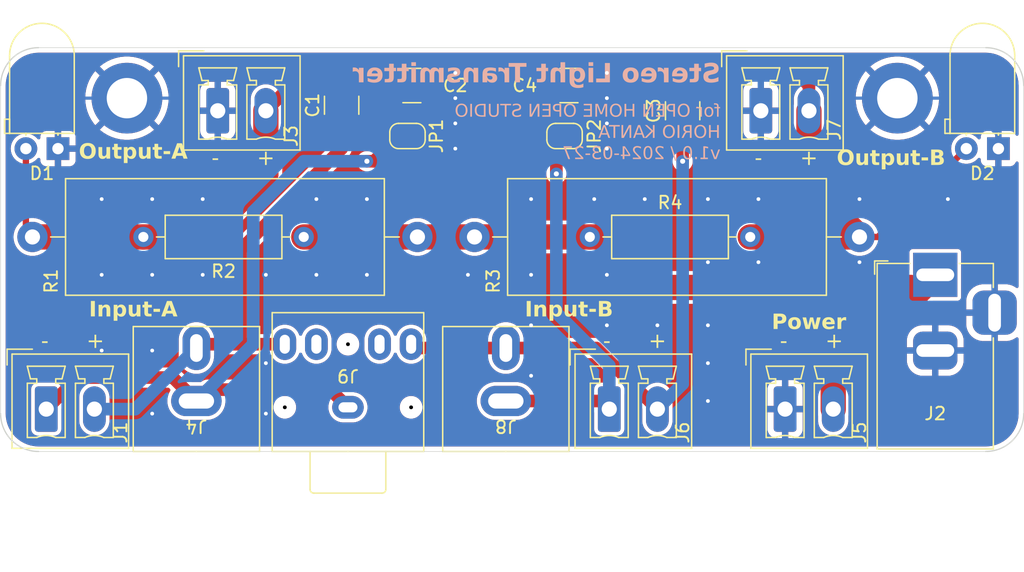
<source format=kicad_pcb>
(kicad_pcb (version 20240108) (generator "pcbnew") (generator_version "8.0")
  (layers (0 "F.Cu" signal) (31 "B.Cu" signal) (34 "B.Paste" user) (35 "F.Paste" user) (36 "B.SilkS" user "B.Silkscreen") (37 "F.SilkS" user "F.Silkscreen") (38 "B.Mask" user) (39 "F.Mask" user) (44 "Edge.Cuts" user))
  (net 0 "")
  (net 1 "Net-(D1-A)")
  (net 2 "Net-(J1-Pin_2)")
  (net 3 "GND")
  (net 4 "Net-(J1-Pin_1)")
  (net 5 "Net-(J6-Pin_2)")
  (net 6 "Net-(D2-A)")
  (net 7 "Net-(J6-Pin_1)")
  (net 8 "VCC")
  (footprint "Resistor_THT:R_Axial_Power_L25.0mm_W9.0mm_P30.48mm" (layer "F.Cu") (at 177.52 93)
    (property "Reference" "R3" (at 1.48 3.5 90) (layer "F.SilkS"))
    (property "Value" "R")
    (fp_line (start 1.44 0) (end 2.62 0) (stroke (width 0.12)) (layer "F.SilkS"))
    (fp_line (start 2.62 -4.62) (end 2.62 4.62) (stroke (width 0.12)) (layer "F.SilkS"))
    (fp_line (start 2.62 4.62) (end 27.86 4.62) (stroke (width 0.12)) (layer "F.SilkS"))
    (fp_line (start 27.86 -4.62) (end 2.62 -4.62) (stroke (width 0.12)) (layer "F.SilkS"))
    (fp_line (start 27.86 4.62) (end 27.86 -4.62) (stroke (width 0.12)) (layer "F.SilkS"))
    (fp_line (start 29.04 0) (end 27.86 0) (stroke (width 0.12)) (layer "F.SilkS"))
    (pad "1" thru_hole circle (at 0 0) (size 2.4 2.4) (drill 1.2) (layers "*.Cu" "*.Mask") (net 8 "VCC"))
    (pad "2" thru_hole oval (at 30.48 0) (size 2.4 2.4) (drill 1.2) (layers "*.Cu" "*.Mask") (net 6 "Net-(D2-A)"))
  )
  (footprint "Local_Library:MJ-495A" (layer "F.Cu") (at 167.5 110 180)
    (property "Reference" "J9" (at 0 6 180) (layer "F.SilkS"))
    (property "Value" "AudioJack3_SwitchTR")
    (fp_line (start 6 11) (end -6 11) (stroke (width 0.12)) (layer "F.SilkS"))
    (fp_line (start 6 0) (end 6 11) (stroke (width 0.12)) (layer "F.SilkS"))
    (fp_line (start 3 0) (end 3 -3) (stroke (width 0.12)) (layer "F.SilkS"))
    (fp_line (start 2.7 -3.3) (end -2.7 -3.3) (stroke (width 0.12)) (layer "F.SilkS"))
    (fp_line (start 0 0) (end 6 0) (stroke (width 0.12)) (layer "F.SilkS"))
    (fp_line (start -3 0) (end -3 -3) (stroke (width 0.12)) (layer "F.SilkS"))
    (fp_line (start -6 11) (end -6 0) (stroke (width 0.12)) (layer "F.SilkS"))
    (fp_line (start -6 0) (end 0 0) (stroke (width 0.12)) (layer "F.SilkS"))
    (fp_arc (start 2.7 -3.3) (mid 2.912132 -3.212132) (end 3 -3) (stroke (width 0.12)) (layer "F.SilkS"))
    (fp_arc (start -3 -3) (mid -2.912132 -3.212132) (end -2.7 -3.3) (stroke (width 0.12)) (layer "F.SilkS"))
    (pad "" np_thru_hole circle (at -5 3.5 270) (size 0.3 0.3) (drill 1.2) (layers "*.Mask"))
    (pad "" np_thru_hole circle (at 0 8.5 270) (size 0.3 0.3) (drill 1.2) (layers "*.Mask"))
    (pad "" np_thru_hole circle (at 5 3.5 270) (size 0.3 0.3) (drill 1.2) (layers "*.Mask"))
    (pad "R" thru_hole oval (at -5 8.5 270) (size 2.5 1.8) (drill oval 1.5 0.8) (layers "*.Cu" "*.Mask") (net 5 "Net-(J6-Pin_2)"))
    (pad "RN" thru_hole oval (at -2.5 8.5 270) (size 2.5 1.8) (drill oval 1.5 0.8) (layers "*.Cu" "*.Mask"))
    (pad "S" thru_hole oval (at 0 3.5 180) (size 2.5 1.8) (drill oval 1.5 0.8) (layers "*.Cu" "*.Mask") (net 4 "Net-(J1-Pin_1)"))
    (pad "T" thru_hole oval (at 5 8.5 270) (size 2.5 1.8) (drill oval 1.5 0.8) (layers "*.Cu" "*.Mask") (net 2 "Net-(J1-Pin_2)"))
    (pad "TN" thru_hole oval (at 2.5 8.5 270) (size 2.5 1.8) (drill oval 1.5 0.8) (layers "*.Cu" "*.Mask"))
  )
  (footprint "Local_Library:MJ-523" (layer "F.Cu") (at 180 110 90)
    (property "Reference" "J8" (at 2 0 180) (layer "F.SilkS"))
    (property "Value" "Conn_Coaxial")
    (fp_line (start 9.9 -5) (end 9.9 5) (stroke (width 0.12)) (layer "F.SilkS"))
    (fp_line (start 0 -5) (end 9.9 -5) (stroke (width 0.12)) (layer "F.SilkS"))
    (fp_line (start 0 0) (end 0 -5) (stroke (width 0.12)) (layer "F.SilkS"))
    (fp_line (start 9.9 5) (end 0 5) (stroke (width 0.12)) (layer "F.SilkS"))
    (fp_line (start 0 5) (end 0 0) (stroke (width 0.12)) (layer "F.SilkS"))
    (pad "1" thru_hole oval (at 8.2 0 90) (size 3.5 2.2) (drill oval 2.2 1) (layers "*.Cu" "*.Mask") (net 5 "Net-(J6-Pin_2)"))
    (pad "2" thru_hole oval (at 4 0 90) (size 2.4 4) (drill oval 1.2 2.8) (layers "*.Cu" "*.Mask") (net 7 "Net-(J6-Pin_1)"))
  )
  (footprint "Jumper:SolderJumper-2_P1.3mm_Open_RoundedPad1.0x1.5mm" (layer "F.Cu") (at 172.2125 85)
    (property "Reference" "JP1" (at 2.2875 0 90) (layer "F.SilkS"))
    (property "Value" "Jumper_2_Open")
    (fp_line (start -1.4 0.3) (end -1.4 -0.3) (stroke (width 0.12)) (layer "F.SilkS"))
    (fp_line (start -0.7 -1) (end 0.7 -1) (stroke (width 0.12)) (layer "F.SilkS"))
    (fp_line (start 0.7 1) (end -0.7 1) (stroke (width 0.12)) (layer "F.SilkS"))
    (fp_line (start 1.4 -0.3) (end 1.4 0.3) (stroke (width 0.12)) (layer "F.SilkS"))
    (fp_arc (start -1.4 -0.3) (mid -1.194975 -0.794975) (end -0.7 -1) (stroke (width 0.12)) (layer "F.SilkS"))
    (fp_arc (start -0.7 1) (mid -1.194975 0.794975) (end -1.4 0.3) (stroke (width 0.12)) (layer "F.SilkS"))
    (fp_arc (start 0.7 -1) (mid 1.194975 -0.794975) (end 1.4 -0.3) (stroke (width 0.12)) (layer "F.SilkS"))
    (fp_arc (start 1.4 0.3) (mid 1.194975 0.794975) (end 0.7 1) (stroke (width 0.12)) (layer "F.SilkS"))
    (pad "1" smd custom (at -0.65 0) (size 1 0.5) (layers "F.Cu" "F.Mask") (net 4 "Net-(J1-Pin_1)") (options (clearance outline) (anchor rect)) (primitives (gr_circle (center 0 0.25) (end 0.5 0.25) (width 0) (fill yes)) (gr_circle (center 0 -0.25) (end 0.5 -0.25) (width 0) (fill yes)) (gr_poly (pts (xy 0.5 0.75) (xy 0 0.75) (xy 0 -0.75) (xy 0.5 -0.75)) (width 0) (fill yes))))
    (pad "2" smd custom (at 0.65 0) (size 1 0.5) (layers "F.Cu" "F.Mask") (net 3 "GND") (options (clearance outline) (anchor rect)) (primitives (gr_circle (center 0 0.25) (end 0.5 0.25) (width 0) (fill yes)) (gr_circle (center 0 -0.25) (end 0.5 -0.25) (width 0) (fill yes)) (gr_poly (pts (xy 0 0.75) (xy -0.5 0.75) (xy -0.5 -0.75) (xy 0 -0.75)) (width 0) (fill yes))))
  )
  (footprint "Local_Library:MJ-523" (layer "F.Cu") (at 155.5 110 90)
    (property "Reference" "J4" (at 2 0 180) (layer "F.SilkS"))
    (property "Value" "Conn_Coaxial")
    (fp_line (start 9.9 -5) (end 9.9 5) (stroke (width 0.12)) (layer "F.SilkS"))
    (fp_line (start 0 -5) (end 9.9 -5) (stroke (width 0.12)) (layer "F.SilkS"))
    (fp_line (start 0 0) (end 0 -5) (stroke (width 0.12)) (layer "F.SilkS"))
    (fp_line (start 9.9 5) (end 0 5) (stroke (width 0.12)) (layer "F.SilkS"))
    (fp_line (start 0 5) (end 0 0) (stroke (width 0.12)) (layer "F.SilkS"))
    (pad "1" thru_hole oval (at 8.2 0 90) (size 3.5 2.2) (drill oval 2.2 1) (layers "*.Cu" "*.Mask") (net 2 "Net-(J1-Pin_2)"))
    (pad "2" thru_hole oval (at 4 0 90) (size 2.4 4) (drill oval 1.2 2.8) (layers "*.Cu" "*.Mask") (net 4 "Net-(J1-Pin_1)"))
  )
  (footprint "Connector_Phoenix_MC:PhoenixContact_MCV_1,5_2-G-3.81_1x02_P3.81mm_Vertical" (layer "F.Cu") (at 200.19 83)
    (property "Reference" "J7" (at 5.81 1.5 90) (layer "F.SilkS"))
    (property "Value" "Conn_01x02")
    (fp_line (start -3.1 -4.75) (end -1.1 -4.75) (stroke (width 0.12)) (layer "F.SilkS"))
    (fp_line (start -3.1 -3.5) (end -3.1 -4.75) (stroke (width 0.12)) (layer "F.SilkS"))
    (fp_line (start -2.71 -4.36) (end -2.71 3.11) (stroke (width 0.12)) (layer "F.SilkS"))
    (fp_line (start -2.71 3.11) (end 6.52 3.11) (stroke (width 0.12)) (layer "F.SilkS"))
    (fp_line (start -1.5 -3.4) (end 1.5 -3.4) (stroke (width 0.12)) (layer "F.SilkS"))
    (fp_line (start -1.5 -2.05) (end -0.75 -2.05) (stroke (width 0.12)) (layer "F.SilkS"))
    (fp_line (start -1.5 2.25) (end -1.5 -2.05) (stroke (width 0.12)) (layer "F.SilkS"))
    (fp_line (start -1.25 -2.4) (end -1.5 -3.4) (stroke (width 0.12)) (layer "F.SilkS"))
    (fp_line (start -0.75 -2.4) (end -1.25 -2.4) (stroke (width 0.12)) (layer "F.SilkS"))
    (fp_line (start -0.75 -2.05) (end -0.75 -2.4) (stroke (width 0.12)) (layer "F.SilkS"))
    (fp_line (start -0.75 2.25) (end -1.5 2.25) (stroke (width 0.12)) (layer "F.SilkS"))
    (fp_line (start 0.75 -2.4) (end 0.75 -2.05) (stroke (width 0.12)) (layer "F.SilkS"))
    (fp_line (start 0.75 -2.05) (end 1.5 -2.05) (stroke (width 0.12)) (layer "F.SilkS"))
    (fp_line (start 1.25 -2.4) (end 0.75 -2.4) (stroke (width 0.12)) (layer "F.SilkS"))
    (fp_line (start 1.5 -3.4) (end 1.25 -2.4) (stroke (width 0.12)) (layer "F.SilkS"))
    (fp_line (start 1.5 -2.05) (end 1.5 2.25) (stroke (width 0.12)) (layer "F.SilkS"))
    (fp_line (start 1.5 2.25) (end 0.75 2.25) (stroke (width 0.12)) (layer "F.SilkS"))
    (fp_line (start 2.31 -3.4) (end 5.31 -3.4) (stroke (width 0.12)) (layer "F.SilkS"))
    (fp_line (start 2.31 -2.05) (end 3.06 -2.05) (stroke (width 0.12)) (layer "F.SilkS"))
    (fp_line (start 2.31 2.25) (end 2.31 -2.05) (stroke (width 0.12)) (layer "F.SilkS"))
    (fp_line (start 2.56 -2.4) (end 2.31 -3.4) (stroke (width 0.12)) (layer "F.SilkS"))
    (fp_line (start 3.06 -2.4) (end 2.56 -2.4) (stroke (width 0.12)) (layer "F.SilkS"))
    (fp_line (start 3.06 -2.05) (end 3.06 -2.4) (stroke (width 0.12)) (layer "F.SilkS"))
    (fp_line (start 3.06 2.25) (end 2.31 2.25) (stroke (width 0.12)) (layer "F.SilkS"))
    (fp_line (start 4.56 -2.4) (end 4.56 -2.05) (stroke (width 0.12)) (layer "F.SilkS"))
    (fp_line (start 4.56 -2.05) (end 5.31 -2.05) (stroke (width 0.12)) (layer "F.SilkS"))
    (fp_line (start 5.06 -2.4) (end 4.56 -2.4) (stroke (width 0.12)) (layer "F.SilkS"))
    (fp_line (start 5.31 -3.4) (end 5.06 -2.4) (stroke (width 0.12)) (layer "F.SilkS"))
    (fp_line (start 5.31 -2.05) (end 5.31 2.25) (stroke (width 0.12)) (layer "F.SilkS"))
    (fp_line (start 5.31 2.25) (end 4.56 2.25) (stroke (width 0.12)) (layer "F.SilkS"))
    (fp_line (start 6.52 -4.36) (end -2.71 -4.36) (stroke (width 0.12)) (layer "F.SilkS"))
    (fp_line (start 6.52 3.11) (end 6.52 -4.36) (stroke (width 0.12)) (layer "F.SilkS"))
    (fp_arc (start -0.75 2.25) (mid -0.000193 2.09191) (end 0.749647 2.249844) (stroke (width 0.12)) (layer "F.SilkS"))
    (fp_arc (start 3.06 2.25) (mid 3.809807 2.09191) (end 4.559647 2.249844) (stroke (width 0.12)) (layer "F.SilkS"))
    (pad "1" thru_hole roundrect (at 0 0) (size 1.8 3.6) (drill 1.2) (layers "*.Cu" "*.Mask") (roundrect_rratio 0.138889) (net 3 "GND"))
    (pad "2" thru_hole oval (at 3.81 0) (size 1.8 3.6) (drill 1.2) (layers "*.Cu" "*.Mask") (net 6 "Net-(D2-A)"))
  )
  (footprint "Resistor_THT:R_Axial_DIN0309_L9.0mm_D3.2mm_P12.70mm_Horizontal" (layer "F.Cu") (at 186.65 93)
    (property "Reference" "R4" (at 6.35 -2.72 0) (layer "F.SilkS"))
    (property "Value" "R")
    (fp_line (start 1.04 0) (end 1.73 0) (stroke (width 0.12)) (layer "F.SilkS"))
    (fp_line (start 1.73 -1.72) (end 1.73 1.72) (stroke (width 0.12)) (layer "F.SilkS"))
    (fp_line (start 1.73 1.72) (end 10.97 1.72) (stroke (width 0.12)) (layer "F.SilkS"))
    (fp_line (start 10.97 -1.72) (end 1.73 -1.72) (stroke (width 0.12)) (layer "F.SilkS"))
    (fp_line (start 10.97 1.72) (end 10.97 -1.72) (stroke (width 0.12)) (layer "F.SilkS"))
    (fp_line (start 11.66 0) (end 10.97 0) (stroke (width 0.12)) (layer "F.SilkS"))
    (pad "1" thru_hole circle (at 0 0) (size 1.6 1.6) (drill 0.8) (layers "*.Cu" "*.Mask") (net 8 "VCC"))
    (pad "2" thru_hole oval (at 12.7 0) (size 1.6 1.6) (drill 0.8) (layers "*.Cu" "*.Mask") (net 6 "Net-(D2-A)"))
  )
  (footprint "Connector_BarrelJack:BarrelJack_Horizontal" (layer "F.Cu") (at 214 96 90)
    (property "Reference" "J2" (at -11 0 0) (layer "F.SilkS"))
    (property "Value" "Barrel_Jack_Switch")
    (fp_line (start 0.05 -4.8) (end 1.1 -4.8) (stroke (width 0.12)) (layer "F.SilkS"))
    (fp_line (start 0.9 -4.6) (end 0.9 -2) (stroke (width 0.12)) (layer "F.SilkS"))
    (fp_line (start -13.8 -4.6) (end 0.9 -4.6) (stroke (width 0.12)) (layer "F.SilkS"))
    (fp_line (start 1.1 -3.75) (end 1.1 -4.8) (stroke (width 0.12)) (layer "F.SilkS"))
    (fp_line (start 0.9 1.9) (end 0.9 4.6) (stroke (width 0.12)) (layer "F.SilkS"))
    (fp_line (start 0.9 4.6) (end -1 4.6) (stroke (width 0.12)) (layer "F.SilkS"))
    (fp_line (start -5 4.6) (end -13.8 4.6) (stroke (width 0.12)) (layer "F.SilkS"))
    (fp_line (start -13.8 4.6) (end -13.8 -4.6) (stroke (width 0.12)) (layer "F.SilkS"))
    (pad "1" thru_hole rect (at 0 0 90) (size 3.5 3.5) (drill oval 1 3) (layers "*.Cu" "*.Mask") (net 8 "VCC"))
    (pad "2" thru_hole roundrect (at -6 0 90) (size 3 3.5) (drill oval 1 3) (layers "*.Cu" "*.Mask") (net 3 "GND"))
    (pad "3" thru_hole roundrect (at -3 4.7 90) (size 3.5 3.5) (drill oval 3 1) (layers "*.Cu" "*.Mask") (net 3 "GND"))
  )
  (footprint "MountingHole:MountingHole_3.2mm_M3_DIN965_Pad" (layer "F.Cu") (at 150 82)
    (property "Reference" "H1" (hide yes))
    (property "Value" "MountingHole_Pad")
    (pad "1" thru_hole circle (at 0 0) (size 5.6 5.6) (drill 3.2) (layers "*.Cu" "*.Mask") (net 3 "GND"))
  )
  (footprint "Connector_Phoenix_MC:PhoenixContact_MCV_1,5_2-G-3.81_1x02_P3.81mm_Vertical" (layer "F.Cu") (at 143.6125 106.6425)
    (property "Reference" "J1" (at 5.8875 1.8575 90) (layer "F.SilkS"))
    (property "Value" "Conn_01x02")
    (fp_line (start -3.1 -4.75) (end -1.1 -4.75) (stroke (width 0.12)) (layer "F.SilkS"))
    (fp_line (start -3.1 -3.5) (end -3.1 -4.75) (stroke (width 0.12)) (layer "F.SilkS"))
    (fp_line (start -2.71 -4.36) (end -2.71 3.11) (stroke (width 0.12)) (layer "F.SilkS"))
    (fp_line (start -2.71 3.11) (end 6.52 3.11) (stroke (width 0.12)) (layer "F.SilkS"))
    (fp_line (start -1.5 -3.4) (end 1.5 -3.4) (stroke (width 0.12)) (layer "F.SilkS"))
    (fp_line (start -1.5 -2.05) (end -0.75 -2.05) (stroke (width 0.12)) (layer "F.SilkS"))
    (fp_line (start -1.5 2.25) (end -1.5 -2.05) (stroke (width 0.12)) (layer "F.SilkS"))
    (fp_line (start -1.25 -2.4) (end -1.5 -3.4) (stroke (width 0.12)) (layer "F.SilkS"))
    (fp_line (start -0.75 -2.4) (end -1.25 -2.4) (stroke (width 0.12)) (layer "F.SilkS"))
    (fp_line (start -0.75 -2.05) (end -0.75 -2.4) (stroke (width 0.12)) (layer "F.SilkS"))
    (fp_line (start -0.75 2.25) (end -1.5 2.25) (stroke (width 0.12)) (layer "F.SilkS"))
    (fp_line (start 0.75 -2.4) (end 0.75 -2.05) (stroke (width 0.12)) (layer "F.SilkS"))
    (fp_line (start 0.75 -2.05) (end 1.5 -2.05) (stroke (width 0.12)) (layer "F.SilkS"))
    (fp_line (start 1.25 -2.4) (end 0.75 -2.4) (stroke (width 0.12)) (layer "F.SilkS"))
    (fp_line (start 1.5 -3.4) (end 1.25 -2.4) (stroke (width 0.12)) (layer "F.SilkS"))
    (fp_line (start 1.5 -2.05) (end 1.5 2.25) (stroke (width 0.12)) (layer "F.SilkS"))
    (fp_line (start 1.5 2.25) (end 0.75 2.25) (stroke (width 0.12)) (layer "F.SilkS"))
    (fp_line (start 2.31 -3.4) (end 5.31 -3.4) (stroke (width 0.12)) (layer "F.SilkS"))
    (fp_line (start 2.31 -2.05) (end 3.06 -2.05) (stroke (width 0.12)) (layer "F.SilkS"))
    (fp_line (start 2.31 2.25) (end 2.31 -2.05) (stroke (width 0.12)) (layer "F.SilkS"))
    (fp_line (start 2.56 -2.4) (end 2.31 -3.4) (stroke (width 0.12)) (layer "F.SilkS"))
    (fp_line (start 3.06 -2.4) (end 2.56 -2.4) (stroke (width 0.12)) (layer "F.SilkS"))
    (fp_line (start 3.06 -2.05) (end 3.06 -2.4) (stroke (width 0.12)) (layer "F.SilkS"))
    (fp_line (start 3.06 2.25) (end 2.31 2.25) (stroke (width 0.12)) (layer "F.SilkS"))
    (fp_line (start 4.56 -2.4) (end 4.56 -2.05) (stroke (width 0.12)) (layer "F.SilkS"))
    (fp_line (start 4.56 -2.05) (end 5.31 -2.05) (stroke (width 0.12)) (layer "F.SilkS"))
    (fp_line (start 5.06 -2.4) (end 4.56 -2.4) (stroke (width 0.12)) (layer "F.SilkS"))
    (fp_line (start 5.31 -3.4) (end 5.06 -2.4) (stroke (width 0.12)) (layer "F.SilkS"))
    (fp_line (start 5.31 -2.05) (end 5.31 2.25) (stroke (width 0.12)) (layer "F.SilkS"))
    (fp_line (start 5.31 2.25) (end 4.56 2.25) (stroke (width 0.12)) (layer "F.SilkS"))
    (fp_line (start 6.52 -4.36) (end -2.71 -4.36) (stroke (width 0.12)) (layer "F.SilkS"))
    (fp_line (start 6.52 3.11) (end 6.52 -4.36) (stroke (width 0.12)) (layer "F.SilkS"))
    (fp_arc (start -0.75 2.25) (mid -0.000193 2.09191) (end 0.749647 2.249844) (stroke (width 0.12)) (layer "F.SilkS"))
    (fp_arc (start 3.06 2.25) (mid 3.809807 2.09191) (end 4.559647 2.249844) (stroke (width 0.12)) (layer "F.SilkS"))
    (pad "1" thru_hole roundrect (at 0 0) (size 1.8 3.6) (drill 1.2) (layers "*.Cu" "*.Mask") (roundrect_rratio 0.138889) (net 4 "Net-(J1-Pin_1)"))
    (pad "2" thru_hole oval (at 3.81 0) (size 1.8 3.6) (drill 1.2) (layers "*.Cu" "*.Mask") (net 2 "Net-(J1-Pin_2)"))
  )
  (footprint "Resistor_THT:R_Axial_Power_L25.0mm_W9.0mm_P30.48mm" (layer "F.Cu") (at 173 93 180)
    (property "Reference" "R1" (at 29 -3.5 -90) (layer "F.SilkS"))
    (property "Value" "R")
    (fp_line (start 29.04 0) (end 27.86 0) (stroke (width 0.12)) (layer "F.SilkS"))
    (fp_line (start 27.86 4.62) (end 27.86 -4.62) (stroke (width 0.12)) (layer "F.SilkS"))
    (fp_line (start 27.86 -4.62) (end 2.62 -4.62) (stroke (width 0.12)) (layer "F.SilkS"))
    (fp_line (start 2.62 4.62) (end 27.86 4.62) (stroke (width 0.12)) (layer "F.SilkS"))
    (fp_line (start 2.62 -4.62) (end 2.62 4.62) (stroke (width 0.12)) (layer "F.SilkS"))
    (fp_line (start 1.44 0) (end 2.62 0) (stroke (width 0.12)) (layer "F.SilkS"))
    (pad "1" thru_hole circle (at 0 0 180) (size 2.4 2.4) (drill 1.2) (layers "*.Cu" "*.Mask") (net 8 "VCC"))
    (pad "2" thru_hole oval (at 30.48 0 180) (size 2.4 2.4) (drill 1.2) (layers "*.Cu" "*.Mask") (net 1 "Net-(D1-A)"))
  )
  (footprint "MountingHole:MountingHole_3.2mm_M3_DIN965_Pad" (layer "F.Cu") (at 211 82)
    (property "Reference" "H2" (hide yes))
    (property "Value" "MountingHole_Pad")
    (pad "1" thru_hole circle (at 0 0) (size 5.6 5.6) (drill 3.2) (layers "*.Cu" "*.Mask") (net 3 "GND"))
  )
  (footprint "Capacitor_SMD:C_1210_3225Metric_Pad1.33x2.70mm_HandSolder" (layer "F.Cu") (at 167 82.5625 90)
    (property "Reference" "C1" (at 0 -2.3 270) (layer "F.SilkS"))
    (property "Value" "C")
    (fp_line (start -0.711252 -1.36) (end 0.711252 -1.36) (stroke (width 0.12)) (layer "F.SilkS"))
    (fp_line (start -0.711252 1.36) (end 0.711252 1.36) (stroke (width 0.12)) (layer "F.SilkS"))
    (pad "1" smd roundrect (at -1.5625 0 90) (size 1.325 2.7) (layers "F.Cu" "F.Paste" "F.Mask") (roundrect_rratio 0.188679) (net 2 "Net-(J1-Pin_2)"))
    (pad "2" smd roundrect (at 1.5625 0 90) (size 1.325 2.7) (layers "F.Cu" "F.Paste" "F.Mask") (roundrect_rratio 0.188679) (net 1 "Net-(D1-A)"))
  )
  (footprint "Connector_Phoenix_MC:PhoenixContact_MCV_1,5_2-G-3.81_1x02_P3.81mm_Vertical" (layer "F.Cu") (at 188.19 106.6425)
    (property "Reference" "J6" (at 5.81 1.8575 90) (layer "F.SilkS"))
    (property "Value" "Conn_01x02")
    (fp_line (start -3.1 -4.75) (end -1.1 -4.75) (stroke (width 0.12)) (layer "F.SilkS"))
    (fp_line (start -3.1 -3.5) (end -3.1 -4.75) (stroke (width 0.12)) (layer "F.SilkS"))
    (fp_line (start -2.71 -4.36) (end -2.71 3.11) (stroke (width 0.12)) (layer "F.SilkS"))
    (fp_line (start -2.71 3.11) (end 6.52 3.11) (stroke (width 0.12)) (layer "F.SilkS"))
    (fp_line (start -1.5 -3.4) (end 1.5 -3.4) (stroke (width 0.12)) (layer "F.SilkS"))
    (fp_line (start -1.5 -2.05) (end -0.75 -2.05) (stroke (width 0.12)) (layer "F.SilkS"))
    (fp_line (start -1.5 2.25) (end -1.5 -2.05) (stroke (width 0.12)) (layer "F.SilkS"))
    (fp_line (start -1.25 -2.4) (end -1.5 -3.4) (stroke (width 0.12)) (layer "F.SilkS"))
    (fp_line (start -0.75 -2.4) (end -1.25 -2.4) (stroke (width 0.12)) (layer "F.SilkS"))
    (fp_line (start -0.75 -2.05) (end -0.75 -2.4) (stroke (width 0.12)) (layer "F.SilkS"))
    (fp_line (start -0.75 2.25) (end -1.5 2.25) (stroke (width 0.12)) (layer "F.SilkS"))
    (fp_line (start 0.75 -2.4) (end 0.75 -2.05) (stroke (width 0.12)) (layer "F.SilkS"))
    (fp_line (start 0.75 -2.05) (end 1.5 -2.05) (stroke (width 0.12)) (layer "F.SilkS"))
    (fp_line (start 1.25 -2.4) (end 0.75 -2.4) (stroke (width 0.12)) (layer "F.SilkS"))
    (fp_line (start 1.5 -3.4) (end 1.25 -2.4) (stroke (width 0.12)) (layer "F.SilkS"))
    (fp_line (start 1.5 -2.05) (end 1.5 2.25) (stroke (width 0.12)) (layer "F.SilkS"))
    (fp_line (start 1.5 2.25) (end 0.75 2.25) (stroke (width 0.12)) (layer "F.SilkS"))
    (fp_line (start 2.31 -3.4) (end 5.31 -3.4) (stroke (width 0.12)) (layer "F.SilkS"))
    (fp_line (start 2.31 -2.05) (end 3.06 -2.05) (stroke (width 0.12)) (layer "F.SilkS"))
    (fp_line (start 2.31 2.25) (end 2.31 -2.05) (stroke (width 0.12)) (layer "F.SilkS"))
    (fp_line (start 2.56 -2.4) (end 2.31 -3.4) (stroke (width 0.12)) (layer "F.SilkS"))
    (fp_line (start 3.06 -2.4) (end 2.56 -2.4) (stroke (width 0.12)) (layer "F.SilkS"))
    (fp_line (start 3.06 -2.05) (end 3.06 -2.4) (stroke (width 0.12)) (layer "F.SilkS"))
    (fp_line (start 3.06 2.25) (end 2.31 2.25) (stroke (width 0.12)) (layer "F.SilkS"))
    (fp_line (start 4.56 -2.4) (end 4.56 -2.05) (stroke (width 0.12)) (layer "F.SilkS"))
    (fp_line (start 4.56 -2.05) (end 5.31 -2.05) (stroke (width 0.12)) (layer "F.SilkS"))
    (fp_line (start 5.06 -2.4) (end 4.56 -2.4) (stroke (width 0.12)) (layer "F.SilkS"))
    (fp_line (start 5.31 -3.4) (end 5.06 -2.4) (stroke (width 0.12)) (layer "F.SilkS"))
    (fp_line (start 5.31 -2.05) (end 5.31 2.25) (stroke (width 0.12)) (layer "F.SilkS"))
    (fp_line (start 5.31 2.25) (end 4.56 2.25) (stroke (width 0.12)) (layer "F.SilkS"))
    (fp_line (start 6.52 -4.36) (end -2.71 -4.36) (stroke (width 0.12)) (layer "F.SilkS"))
    (fp_line (start 6.52 3.11) (end 6.52 -4.36) (stroke (width 0.12)) (layer "F.SilkS"))
    (fp_arc (start -0.75 2.25) (mid -0.000193 2.09191) (end 0.749647 2.249844) (stroke (width 0.12)) (layer "F.SilkS"))
    (fp_arc (start 3.06 2.25) (mid 3.809807 2.09191) (end 4.559647 2.249844) (stroke (width 0.12)) (layer "F.SilkS"))
    (pad "1" thru_hole roundrect (at 0 0) (size 1.8 3.6) (drill 1.2) (layers "*.Cu" "*.Mask") (roundrect_rratio 0.138889) (net 7 "Net-(J6-Pin_1)"))
    (pad "2" thru_hole oval (at 3.81 0) (size 1.8 3.6) (drill 1.2) (layers "*.Cu" "*.Mask") (net 5 "Net-(J6-Pin_2)"))
  )
  (footprint "Resistor_THT:R_Axial_DIN0309_L9.0mm_D3.2mm_P12.70mm_Horizontal" (layer "F.Cu") (at 164 93 180)
    (property "Reference" "R2" (at 6.35 -2.72 180) (layer "F.SilkS"))
    (property "Value" "R")
    (fp_line (start 11.66 0) (end 10.97 0) (stroke (width 0.12)) (layer "F.SilkS"))
    (fp_line (start 10.97 1.72) (end 10.97 -1.72) (stroke (width 0.12)) (layer "F.SilkS"))
    (fp_line (start 10.97 -1.72) (end 1.73 -1.72) (stroke (width 0.12)) (layer "F.SilkS"))
    (fp_line (start 1.73 1.72) (end 10.97 1.72) (stroke (width 0.12)) (layer "F.SilkS"))
    (fp_line (start 1.73 -1.72) (end 1.73 1.72) (stroke (width 0.12)) (layer "F.SilkS"))
    (fp_line (start 1.04 0) (end 1.73 0) (stroke (width 0.12)) (layer "F.SilkS"))
    (pad "1" thru_hole circle (at 0 0 180) (size 1.6 1.6) (drill 0.8) (layers "*.Cu" "*.Mask") (net 8 "VCC"))
    (pad "2" thru_hole oval (at 12.7 0 180) (size 1.6 1.6) (drill 0.8) (layers "*.Cu" "*.Mask") (net 1 "Net-(D1-A)"))
  )
  (footprint "LED_THT:LED_D5.0mm_Horizontal_O1.27mm_Z9.0mm" (layer "F.Cu") (at 219 86 180)
    (property "Reference" "D2" (at 1.27 -1.96 180) (layer "F.SilkS"))
    (property "Value" "LED")
    (fp_line (start 4.23 2.33) (end 3.83 2.33) (stroke (width 0.12)) (layer "F.SilkS"))
    (fp_line (start 4.23 1.21) (end 4.23 2.33) (stroke (width 0.12)) (layer "F.SilkS"))
    (fp_line (start 3.83 2.33) (end 3.83 1.21) (stroke (width 0.12)) (layer "F.SilkS"))
    (fp_line (start 3.83 1.21) (end 4.23 1.21) (stroke (width 0.12)) (layer "F.SilkS"))
    (fp_line (start 3.83 1.21) (end 3.83 7.37) (stroke (width 0.12)) (layer "F.SilkS"))
    (fp_line (start 2.54 1.21) (end 2.54 1.21) (stroke (width 0.12)) (layer "F.SilkS"))
    (fp_line (start 2.54 1.21) (end 2.54 1.08) (stroke (width 0.12)) (layer "F.SilkS"))
    (fp_line (start 2.54 1.08) (end 2.54 1.21) (stroke (width 0.12)) (layer "F.SilkS"))
    (fp_line (start 2.54 1.08) (end 2.54 1.08) (stroke (width 0.12)) (layer "F.SilkS"))
    (fp_line (start 0 1.21) (end 0 1.21) (stroke (width 0.12)) (layer "F.SilkS"))
    (fp_line (start 0 1.21) (end 0 1.08) (stroke (width 0.12)) (layer "F.SilkS"))
    (fp_line (start 0 1.08) (end 0 1.21) (stroke (width 0.12)) (layer "F.SilkS"))
    (fp_line (start 0 1.08) (end 0 1.08) (stroke (width 0.12)) (layer "F.SilkS"))
    (fp_line (start -1.29 1.21) (end 3.83 1.21) (stroke (width 0.12)) (layer "F.SilkS"))
    (fp_line (start -1.29 1.21) (end -1.29 7.37) (stroke (width 0.12)) (layer "F.SilkS"))
    (fp_arc (start 3.83 7.37) (mid 1.27 9.93) (end -1.29 7.37) (stroke (width 0.12)) (layer "F.SilkS"))
    (pad "1" thru_hole rect (at 0 0 180) (size 1.8 1.8) (drill 0.9) (layers "*.Cu" "*.Mask") (net 3 "GND"))
    (pad "2" thru_hole circle (at 2.54 0 180) (size 1.8 1.8) (drill 0.9) (layers "*.Cu" "*.Mask") (net 6 "Net-(D2-A)"))
  )
  (footprint "Connector_Phoenix_MC:PhoenixContact_MCV_1,5_2-G-3.81_1x02_P3.81mm_Vertical" (layer "F.Cu") (at 157.19 83)
    (property "Reference" "J3" (at 5.81 2 90) (layer "F.SilkS"))
    (property "Value" "Conn_01x02")
    (fp_line (start -3.1 -4.75) (end -1.1 -4.75) (stroke (width 0.12)) (layer "F.SilkS"))
    (fp_line (start -3.1 -3.5) (end -3.1 -4.75) (stroke (width 0.12)) (layer "F.SilkS"))
    (fp_line (start -2.71 -4.36) (end -2.71 3.11) (stroke (width 0.12)) (layer "F.SilkS"))
    (fp_line (start -2.71 3.11) (end 6.52 3.11) (stroke (width 0.12)) (layer "F.SilkS"))
    (fp_line (start -1.5 -3.4) (end 1.5 -3.4) (stroke (width 0.12)) (layer "F.SilkS"))
    (fp_line (start -1.5 -2.05) (end -0.75 -2.05) (stroke (width 0.12)) (layer "F.SilkS"))
    (fp_line (start -1.5 2.25) (end -1.5 -2.05) (stroke (width 0.12)) (layer "F.SilkS"))
    (fp_line (start -1.25 -2.4) (end -1.5 -3.4) (stroke (width 0.12)) (layer "F.SilkS"))
    (fp_line (start -0.75 -2.4) (end -1.25 -2.4) (stroke (width 0.12)) (layer "F.SilkS"))
    (fp_line (start -0.75 -2.05) (end -0.75 -2.4) (stroke (width 0.12)) (layer "F.SilkS"))
    (fp_line (start -0.75 2.25) (end -1.5 2.25) (stroke (width 0.12)) (layer "F.SilkS"))
    (fp_line (start 0.75 -2.4) (end 0.75 -2.05) (stroke (width 0.12)) (layer "F.SilkS"))
    (fp_line (start 0.75 -2.05) (end 1.5 -2.05) (stroke (width 0.12)) (layer "F.SilkS"))
    (fp_line (start 1.25 -2.4) (end 0.75 -2.4) (stroke (width 0.12)) (layer "F.SilkS"))
    (fp_line (start 1.5 -3.4) (end 1.25 -2.4) (stroke (width 0.12)) (layer "F.SilkS"))
    (fp_line (start 1.5 -2.05) (end 1.5 2.25) (stroke (width 0.12)) (layer "F.SilkS"))
    (fp_line (start 1.5 2.25) (end 0.75 2.25) (stroke (width 0.12)) (layer "F.SilkS"))
    (fp_line (start 2.31 -3.4) (end 5.31 -3.4) (stroke (width 0.12)) (layer "F.SilkS"))
    (fp_line (start 2.31 -2.05) (end 3.06 -2.05) (stroke (width 0.12)) (layer "F.SilkS"))
    (fp_line (start 2.31 2.25) (end 2.31 -2.05) (stroke (width 0.12)) (layer "F.SilkS"))
    (fp_line (start 2.56 -2.4) (end 2.31 -3.4) (stroke (width 0.12)) (layer "F.SilkS"))
    (fp_line (start 3.06 -2.4) (end 2.56 -2.4) (stroke (width 0.12)) (layer "F.SilkS"))
    (fp_line (start 3.06 -2.05) (end 3.06 -2.4) (stroke (width 0.12)) (layer "F.SilkS"))
    (fp_line (start 3.06 2.25) (end 2.31 2.25) (stroke (width 0.12)) (layer "F.SilkS"))
    (fp_line (start 4.56 -2.4) (end 4.56 -2.05) (stroke (width 0.12)) (layer "F.SilkS"))
    (fp_line (start 4.56 -2.05) (end 5.31 -2.05) (stroke (width 0.12)) (layer "F.SilkS"))
    (fp_line (start 5.06 -2.4) (end 4.56 -2.4) (stroke (width 0.12)) (layer "F.SilkS"))
    (fp_line (start 5.31 -3.4) (end 5.06 -2.4) (stroke (width 0.12)) (layer "F.SilkS"))
    (fp_line (start 5.31 -2.05) (end 5.31 2.25) (stroke (width 0.12)) (layer "F.SilkS"))
    (fp_line (start 5.31 2.25) (end 4.56 2.25) (stroke (width 0.12)) (layer "F.SilkS"))
    (fp_line (start 6.52 -4.36) (end -2.71 -4.36) (stroke (width 0.12)) (layer "F.SilkS"))
    (fp_line (start 6.52 3.11) (end 6.52 -4.36) (stroke (width 0.12)) (layer "F.SilkS"))
    (fp_arc (start -0.75 2.25) (mid -0.000193 2.09191) (end 0.749647 2.249844) (stroke (width 0.12)) (layer "F.SilkS"))
    (fp_arc (start 3.06 2.25) (mid 3.809807 2.09191) (end 4.559647 2.249844) (stroke (width 0.12)) (layer "F.SilkS"))
    (pad "1" thru_hole roundrect (at 0 0) (size 1.8 3.6) (drill 1.2) (layers "*.Cu" "*.Mask") (roundrect_rratio 0.138889) (net 3 "GND"))
    (pad "2" thru_hole oval (at 3.81 0) (size 1.8 3.6) (drill 1.2) (layers "*.Cu" "*.Mask") (net 1 "Net-(D1-A)"))
  )
  (footprint "Capacitor_SMD:C_1210_3225Metric_Pad1.33x2.70mm_HandSolder" (layer "F.Cu") (at 172.5625 81)
    (property "Reference" "C2" (at 3.4375 0 360) (layer "F.SilkS"))
    (property "Value" "C")
    (fp_line (start -0.711252 -1.36) (end 0.711252 -1.36) (stroke (width 0.12)) (layer "F.SilkS"))
    (fp_line (start -0.711252 1.36) (end 0.711252 1.36) (stroke (width 0.12)) (layer "F.SilkS"))
    (pad "1" smd roundrect (at -1.5625 0) (size 1.325 2.7) (layers "F.Cu" "F.Paste" "F.Mask") (roundrect_rratio 0.188679) (net 4 "Net-(J1-Pin_1)"))
    (pad "2" smd roundrect (at 1.5625 0) (size 1.325 2.7) (layers "F.Cu" "F.Paste" "F.Mask") (roundrect_rratio 0.188679) (net 3 "GND"))
  )
  (footprint "LED_THT:LED_D5.0mm_Horizontal_O1.27mm_Z9.0mm" (layer "F.Cu") (at 144.54 86 180)
    (property "Reference" "D1" (at 1.27 -1.96 180) (layer "F.SilkS"))
    (property "Value" "LED")
    (fp_line (start 4.23 2.33) (end 3.83 2.33) (stroke (width 0.12)) (layer "F.SilkS"))
    (fp_line (start 4.23 1.21) (end 4.23 2.33) (stroke (width 0.12)) (layer "F.SilkS"))
    (fp_line (start 3.83 2.33) (end 3.83 1.21) (stroke (width 0.12)) (layer "F.SilkS"))
    (fp_line (start 3.83 1.21) (end 4.23 1.21) (stroke (width 0.12)) (layer "F.SilkS"))
    (fp_line (start 3.83 1.21) (end 3.83 7.37) (stroke (width 0.12)) (layer "F.SilkS"))
    (fp_line (start 2.54 1.21) (end 2.54 1.21) (stroke (width 0.12)) (layer "F.SilkS"))
    (fp_line (start 2.54 1.21) (end 2.54 1.08) (stroke (width 0.12)) (layer "F.SilkS"))
    (fp_line (start 2.54 1.08) (end 2.54 1.21) (stroke (width 0.12)) (layer "F.SilkS"))
    (fp_line (start 2.54 1.08) (end 2.54 1.08) (stroke (width 0.12)) (layer "F.SilkS"))
    (fp_line (start 0 1.21) (end 0 1.21) (stroke (width 0.12)) (layer "F.SilkS"))
    (fp_line (start 0 1.21) (end 0 1.08) (stroke (width 0.12)) (layer "F.SilkS"))
    (fp_line (start 0 1.08) (end 0 1.21) (stroke (width 0.12)) (layer "F.SilkS"))
    (fp_line (start 0 1.08) (end 0 1.08) (stroke (width 0.12)) (layer "F.SilkS"))
    (fp_line (start -1.29 1.21) (end 3.83 1.21) (stroke (width 0.12)) (layer "F.SilkS"))
    (fp_line (start -1.29 1.21) (end -1.29 7.37) (stroke (width 0.12)) (layer "F.SilkS"))
    (fp_arc (start 3.83 7.37) (mid 1.27 9.93) (end -1.29 7.37) (stroke (width 0.12)) (layer "F.SilkS"))
    (pad "1" thru_hole rect (at 0 0 180) (size 1.8 1.8) (drill 0.9) (layers "*.Cu" "*.Mask") (net 3 "GND"))
    (pad "2" thru_hole circle (at 2.54 0 180) (size 1.8 1.8) (drill 0.9) (layers "*.Cu" "*.Mask") (net 1 "Net-(D1-A)"))
  )
  (footprint "Connector_Phoenix_MC:PhoenixContact_MCV_1,5_2-G-3.81_1x02_P3.81mm_Vertical" (layer "F.Cu") (at 202.1125 106.6425)
    (property "Reference" "J5" (at 5.8875 1.8575 90) (layer "F.SilkS"))
    (property "Value" "Conn_01x02")
    (fp_line (start -3.1 -4.75) (end -1.1 -4.75) (stroke (width 0.12)) (layer "F.SilkS"))
    (fp_line (start -3.1 -3.5) (end -3.1 -4.75) (stroke (width 0.12)) (layer "F.SilkS"))
    (fp_line (start -2.71 -4.36) (end -2.71 3.11) (stroke (width 0.12)) (layer "F.SilkS"))
    (fp_line (start -2.71 3.11) (end 6.52 3.11) (stroke (width 0.12)) (layer "F.SilkS"))
    (fp_line (start -1.5 -3.4) (end 1.5 -3.4) (stroke (width 0.12)) (layer "F.SilkS"))
    (fp_line (start -1.5 -2.05) (end -0.75 -2.05) (stroke (width 0.12)) (layer "F.SilkS"))
    (fp_line (start -1.5 2.25) (end -1.5 -2.05) (stroke (width 0.12)) (layer "F.SilkS"))
    (fp_line (start -1.25 -2.4) (end -1.5 -3.4) (stroke (width 0.12)) (layer "F.SilkS"))
    (fp_line (start -0.75 -2.4) (end -1.25 -2.4) (stroke (width 0.12)) (layer "F.SilkS"))
    (fp_line (start -0.75 -2.05) (end -0.75 -2.4) (stroke (width 0.12)) (layer "F.SilkS"))
    (fp_line (start -0.75 2.25) (end -1.5 2.25) (stroke (width 0.12)) (layer "F.SilkS"))
    (fp_line (start 0.75 -2.4) (end 0.75 -2.05) (stroke (width 0.12)) (layer "F.SilkS"))
    (fp_line (start 0.75 -2.05) (end 1.5 -2.05) (stroke (width 0.12)) (layer "F.SilkS"))
    (fp_line (start 1.25 -2.4) (end 0.75 -2.4) (stroke (width 0.12)) (layer "F.SilkS"))
    (fp_line (start 1.5 -3.4) (end 1.25 -2.4) (stroke (width 0.12)) (layer "F.SilkS"))
    (fp_line (start 1.5 -2.05) (end 1.5 2.25) (stroke (width 0.12)) (layer "F.SilkS"))
    (fp_line (start 1.5 2.25) (end 0.75 2.25) (stroke (width 0.12)) (layer "F.SilkS"))
    (fp_line (start 2.31 -3.4) (end 5.31 -3.4) (stroke (width 0.12)) (layer "F.SilkS"))
    (fp_line (start 2.31 -2.05) (end 3.06 -2.05) (stroke (width 0.12)) (layer "F.SilkS"))
    (fp_line (start 2.31 2.25) (end 2.31 -2.05) (stroke (width 0.12)) (layer "F.SilkS"))
    (fp_line (start 2.56 -2.4) (end 2.31 -3.4) (stroke (width 0.12)) (layer "F.SilkS"))
    (fp_line (start 3.06 -2.4) (end 2.56 -2.4) (stroke (width 0.12)) (layer "F.SilkS"))
    (fp_line (start 3.06 -2.05) (end 3.06 -2.4) (stroke (width 0.12)) (layer "F.SilkS"))
    (fp_line (start 3.06 2.25) (end 2.31 2.25) (stroke (width 0.12)) (layer "F.SilkS"))
    (fp_line (start 4.56 -2.4) (end 4.56 -2.05) (stroke (width 0.12)) (layer "F.SilkS"))
    (fp_line (start 4.56 -2.05) (end 5.31 -2.05) (stroke (width 0.12)) (layer "F.SilkS"))
    (fp_line (start 5.06 -2.4) (end 4.56 -2.4) (stroke (width 0.12)) (layer "F.SilkS"))
    (fp_line (start 5.31 -3.4) (end 5.06 -2.4) (stroke (width 0.12)) (layer "F.SilkS"))
    (fp_line (start 5.31 -2.05) (end 5.31 2.25) (stroke (width 0.12)) (layer "F.SilkS"))
    (fp_line (start 5.31 2.25) (end 4.56 2.25) (stroke (width 0.12)) (layer "F.SilkS"))
    (fp_line (start 6.52 -4.36) (end -2.71 -4.36) (stroke (width 0.12)) (layer "F.SilkS"))
    (fp_line (start 6.52 3.11) (end 6.52 -4.36) (stroke (width 0.12)) (layer "F.SilkS"))
    (fp_arc (start -0.75 2.25) (mid -0.000193 2.09191) (end 0.749647 2.249844) (stroke (width 0.12)) (layer "F.SilkS"))
    (fp_arc (start 3.06 2.25) (mid 3.809807 2.09191) (end 4.559647 2.249844) (stroke (width 0.12)) (layer "F.SilkS"))
    (pad "1" thru_hole roundrect (at 0 0) (size 1.8 3.6) (drill 1.2) (layers "*.Cu" "*.Mask") (roundrect_rratio 0.138889) (net 3 "GND"))
    (pad "2" thru_hole oval (at 3.81 0) (size 1.8 3.6) (drill 1.2) (layers "*.Cu" "*.Mask") (net 8 "VCC"))
  )
  (footprint "Capacitor_SMD:C_1210_3225Metric_Pad1.33x2.70mm_HandSolder" (layer "F.Cu") (at 194 83 90)
    (property "Reference" "C3" (at 0 -2.3 270) (layer "F.SilkS"))
    (property "Value" "C")
    (fp_line (start -0.711252 -1.36) (end 0.711252 -1.36) (stroke (width 0.12)) (layer "F.SilkS"))
    (fp_line (start -0.711252 1.36) (end 0.711252 1.36) (stroke (width 0.12)) (layer "F.SilkS"))
    (pad "1" smd roundrect (at -1.5625 0 90) (size 1.325 2.7) (layers "F.Cu" "F.Paste" "F.Mask") (roundrect_rratio 0.188679) (net 5 "Net-(J6-Pin_2)"))
    (pad "2" smd roundrect (at 1.5625 0 90) (size 1.325 2.7) (layers "F.Cu" "F.Paste" "F.Mask") (roundrect_rratio 0.188679) (net 6 "Net-(D2-A)"))
  )
  (footprint "Capacitor_SMD:C_1210_3225Metric_Pad1.33x2.70mm_HandSolder" (layer "F.Cu") (at 185 81)
    (property "Reference" "C4" (at -3.5 0 0) (layer "F.SilkS"))
    (property "Value" "C")
    (fp_line (start -0.711252 -1.36) (end 0.711252 -1.36) (stroke (width 0.12)) (layer "F.SilkS"))
    (fp_line (start -0.711252 1.36) (end 0.711252 1.36) (stroke (width 0.12)) (layer "F.SilkS"))
    (pad "1" smd roundrect (at -1.5625 0) (size 1.325 2.7) (layers "F.Cu" "F.Paste" "F.Mask") (roundrect_rratio 0.188679) (net 7 "Net-(J6-Pin_1)"))
    (pad "2" smd roundrect (at 1.5625 0) (size 1.325 2.7) (layers "F.Cu" "F.Paste" "F.Mask") (roundrect_rratio 0.188679) (net 3 "GND"))
  )
  (footprint "Jumper:SolderJumper-2_P1.3mm_Open_RoundedPad1.0x1.5mm" (layer "F.Cu") (at 184.65 85)
    (property "Reference" "JP2" (at 2.35 0 90) (layer "F.SilkS"))
    (property "Value" "Jumper_2_Open")
    (fp_line (start -1.4 0.3) (end -1.4 -0.3) (stroke (width 0.12)) (layer "F.SilkS"))
    (fp_line (start -0.7 -1) (end 0.7 -1) (stroke (width 0.12)) (layer "F.SilkS"))
    (fp_line (start 0.7 1) (end -0.7 1) (stroke (width 0.12)) (layer "F.SilkS"))
    (fp_line (start 1.4 -0.3) (end 1.4 0.3) (stroke (width 0.12)) (layer "F.SilkS"))
    (fp_arc (start -1.4 -0.3) (mid -1.194975 -0.794975) (end -0.7 -1) (stroke (width 0.12)) (layer "F.SilkS"))
    (fp_arc (start -0.7 1) (mid -1.194975 0.794975) (end -1.4 0.3) (stroke (width 0.12)) (layer "F.SilkS"))
    (fp_arc (start 0.7 -1) (mid 1.194975 -0.794975) (end 1.4 -0.3) (stroke (width 0.12)) (layer "F.SilkS"))
    (fp_arc (start 1.4 0.3) (mid 1.194975 0.794975) (end 0.7 1) (stroke (width 0.12)) (layer "F.SilkS"))
    (pad "1" smd custom (at -0.65 0) (size 1 0.5) (layers "F.Cu" "F.Mask") (net 7 "Net-(J6-Pin_1)") (options (clearance outline) (anchor rect)) (primitives (gr_circle (center 0 0.25) (end 0.5 0.25) (width 0) (fill yes)) (gr_circle (center 0 -0.25) (end 0.5 -0.25) (width 0) (fill yes)) (gr_poly (pts (xy 0.5 0.75) (xy 0 0.75) (xy 0 -0.75) (xy 0.5 -0.75)) (width 0) (fill yes))))
    (pad "2" smd custom (at 0.65 0) (size 1 0.5) (layers "F.Cu" "F.Mask") (net 3 "GND") (options (clearance outline) (anchor rect)) (primitives (gr_circle (center 0 0.25) (end 0.5 0.25) (width 0) (fill yes)) (gr_circle (center 0 -0.25) (end 0.5 -0.25) (width 0) (fill yes)) (gr_poly (pts (xy 0 0.75) (xy -0.5 0.75) (xy -0.5 -0.75) (xy 0 -0.75)) (width 0) (fill yes))))
  )
  (gr_line (start 218 110) (end 143 110) (stroke (width 0.05)) (layer "Edge.Cuts"))
  (gr_arc (start 143 110) (mid 140.87868 109.12132) (end 140 107) (stroke (width 0.1)) (layer "Edge.Cuts"))
  (gr_arc (start 218 78) (mid 220.12132 78.87868) (end 221 81) (stroke (width 0.1)) (layer "Edge.Cuts"))
  (gr_line (start 221 81) (end 221 107) (stroke (width 0.05)) (layer "Edge.Cuts"))
  (gr_line (start 140 107) (end 140 81) (stroke (width 0.05)) (layer "Edge.Cuts"))
  (gr_line (start 143 78) (end 218 78) (stroke (width 0.05)) (layer "Edge.Cuts"))
  (gr_arc (start 140 81) (mid 140.87868 78.87868) (end 143 78) (stroke (width 0.1)) (layer "Edge.Cuts"))
  (gr_arc (start 221 107) (mid 220.12132 109.12132) (end 218 110) (stroke (width 0.1)) (layer "Edge.Cuts"))
  (gr_text "Stereo Light Transmitter" (at 197 81 0) (layer "B.SilkS") (effects (font (size 1.5 1.5) (thickness 0.3) (bold yes)) (justify left bottom mirror)))
  (gr_text "for OPEN HOME OPEN STUDIO\nHORIO KANTA\nv1.0 / 2024-03-27" (at 197 87 0) (layer "B.SilkS") (effects (font (size 1 1)) (justify left bottom mirror)))
  (gr_text "Input-B" (at 185 99.5 0) (layer "F.SilkS") (effects (font (size 1.2 1.2) (thickness 0.3) (bold yes)) (justify bottom)))
  (gr_text "Output-A" (at 150.5 87 0) (layer "F.SilkS") (effects (font (size 1.2 1.2) (thickness 0.3) (bold yes)) (justify bottom)))
  (gr_text "+" (at 192 102 0) (layer "F.SilkS") (effects (font (size 1.2 1.2)) (justify bottom)))
  (gr_text "+" (at 206 102 0) (layer "F.SilkS") (effects (font (size 1.2 1.2)) (justify bottom)))
  (gr_text "+" (at 161 87.5 0) (layer "F.SilkS") (effects (font (size 1.2 1.2)) (justify bottom)))
  (gr_text "-" (at 188 102 0) (layer "F.SilkS") (effects (font (size 1.2 1.2)) (justify bottom)))
  (gr_text "-" (at 157 87.5 0) (layer "F.SilkS") (effects (font (size 1.2 1.2)) (justify bottom)))
  (gr_text "-" (at 202 102 0) (layer "F.SilkS") (effects (font (size 1.2 1.2)) (justify bottom)))
  (gr_text "Output-B" (at 210.5 87.5 0) (layer "F.SilkS") (effects (font (size 1.2 1.2) (thickness 0.3) (bold yes)) (justify bottom)))
  (gr_text "-" (at 143.5 102 0) (layer "F.SilkS") (effects (font (size 1.2 1.2)) (justify bottom)))
  (gr_text "Input-A" (at 150.5 99.5 0) (layer "F.SilkS") (effects (font (size 1.2 1.2) (thickness 0.3) (bold yes)) (justify bottom)))
  (gr_text "Power" (at 204 100.5 0) (layer "F.SilkS") (effects (font (size 1.2 1.2) (thickness 0.3) (bold yes)) (justify bottom)))
  (gr_text "-" (at 200 87.5 0) (layer "F.SilkS") (effects (font (size 1.2 1.2)) (justify bottom)))
  (gr_text "+" (at 204 87.5 0) (layer "F.SilkS") (effects (font (size 1.2 1.2)) (justify bottom)))
  (gr_text "+" (at 147.5 102 0) (layer "F.SilkS") (effects (font (size 1.2 1.2)) (justify bottom)))
  (segment (start 156 93) (end 161 88) (width 2) (layer "F.Cu") (net 1))
  (segment (start 142.52 93) (end 151.3 93) (width 2) (layer "F.Cu") (net 1))
  (segment (start 151.3 93) (end 156 93) (width 2) (layer "F.Cu") (net 1))
  (segment (start 167 81) (end 163 81) (width 1) (layer "F.Cu") (net 1))
  (segment (start 142 86) (end 142 92.48) (width 0.5) (layer "F.Cu") (net 1))
  (segment (start 161 88) (end 161 83) (width 2) (layer "F.Cu") (net 1))
  (segment (start 142 92.48) (end 142.52 93) (width 0.5) (layer "F.Cu") (net 1))
  (segment (start 163 81) (end 161 83) (width 1) (layer "F.Cu") (net 1))
  (segment (start 159 101.5) (end 159 94) (width 1) (layer "F.Cu") (net 2))
  (segment (start 159 101.5) (end 155.8 101.5) (width 1) (layer "F.Cu") (net 2))
  (segment (start 167 86) (end 167 84.125) (width 1) (layer "F.Cu") (net 2))
  (segment (start 159 94) (end 167 86) (width 1) (layer "F.Cu") (net 2))
  (segment (start 162.5 101.5) (end 159 101.5) (width 1) (layer "F.Cu") (net 2))
  (segment (start 155.8 101.5) (end 155.5 101.8) (width 1) (layer "F.Cu") (net 2))
  (segment (start 147.4225 106.6425) (end 150.6575 106.6425) (width 1) (layer "B.Cu") (net 2))
  (segment (start 150.6575 106.6425) (end 155.5 101.8) (width 1) (layer "B.Cu") (net 2))
  (segment (start 186.3 86) (end 185.3 85) (width 0.25) (layer "F.Cu") (net 3))
  (segment (start 186.5625 81) (end 187 81) (width 0.25) (layer "F.Cu") (net 3))
  (segment (start 188 82) (end 188 84) (width 0.25) (layer "F.Cu") (net 3))
  (segment (start 176 82) (end 176 84) (width 0.25) (layer "F.Cu") (net 3))
  (segment (start 173.8625 86) (end 172.8625 85) (width 0.25) (layer "F.Cu") (net 3))
  (segment (start 176 86) (end 173.8625 86) (width 0.25) (layer "F.Cu") (net 3))
  (segment (start 174.125 81) (end 175 81) (width 0.25) (layer "F.Cu") (net 3))
  (segment (start 188 86) (end 186.3 86) (width 0.25) (layer "F.Cu") (net 3))
  (segment (start 187 81) (end 188 80) (width 0.25) (layer "F.Cu") (net 3))
  (segment (start 175 81) (end 176 80) (width 0.25) (layer "F.Cu") (net 3))
  (via (at 192 100) (size 0.6) (drill 0.3) (layers "F.Cu" "B.Cu") (net 3))
  (via (at 208 95) (size 0.6) (drill 0.3) (layers "F.Cu" "B.Cu") (net 3))
  (via (at 169 96) (size 0.6) (drill 0.3) (layers "F.Cu" "B.Cu") (net 3))
  (via (at 188 96) (size 0.6) (drill 0.3) (layers "F.Cu" "B.Cu") (net 3))
  (via (at 196 103) (size 0.6) (drill 0.3) (layers "F.Cu" "B.Cu") (net 3))
  (via (at 176 82) (size 0.6) (drill 0.3) (layers "F.Cu" "B.Cu") (net 3))
  (via (at 152 96) (size 0.6) (drill 0.3) (layers "F.Cu" "B.Cu") (net 3))
  (via (at 161 96) (size 0.6) (drill 0.3) (layers "F.Cu" "B.Cu") (net 3))
  (via (at 187 90) (size 0.6) (drill 0.3) (layers "F.Cu" "B.Cu") (net 3))
  (via (at 182 96) (size 0.6) (drill 0.3) (layers "F.Cu" "B.Cu") (net 3))
  (via (at 156 90) (size 0.6) (drill 0.3) (layers "F.Cu" "B.Cu") (net 3))
  (via (at 176 84) (size 0.6) (drill 0.3) (layers "F.Cu" "B.Cu") (net 3))
  (via (at 148 96) (size 0.6) (drill 0.3) (layers "F.Cu" "B.Cu") (net 3))
  (via (at 188 84) (size 0.6) (drill 0.3) (layers "F.Cu" "B.Cu") (net 3))
  (via (at 152 107) (size 0.6) (drill 0.3) (layers "F.Cu" "B.Cu") (net 3))
  (via (at 161 107) (size 0.6) (drill 0.3) (layers "F.Cu" "B.Cu") (net 3))
  (via (at 176 86) (size 0.6) (drill 0.3) (layers "F.Cu" "B.Cu") (net 3))
  (via (at 148 90) (size 0.6) (drill 0.3) (layers "F.Cu" "B.Cu") (net 3))
  (via (at 182 90) (size 0.6) (drill 0.3) (layers "F.Cu" "B.Cu") (net 3))
  (via (at 191 90) (size 0.6) (drill 0.3) (layers "F.Cu" "B.Cu") (net 3))
  (via (at 188 86) (size 0.6) (drill 0.3) (layers "F.Cu" "B.Cu") (net 3))
  (via (at 176 80) (size 0.6) (drill 0.3) (layers "F.Cu" "B.Cu") (net 3))
  (via (at 188 82) (size 0.6) (drill 0.3) (layers "F.Cu" "B.Cu") (net 3))
  (via (at 215 90) (size 0.6) (drill 0.3) (layers "F.Cu" "B.Cu") (net 3))
  (via (at 169 90) (size 0.6) (drill 0.3) (layers "F.Cu" "B.Cu") (net 3))
  (via (at 177 96) (size 0.6) (drill 0.3) (layers "F.Cu" "B.Cu") (net 3))
  (via (at 196 95) (size 0.6) (drill 0.3) (layers "F.Cu" "B.Cu") (net 3))
  (via (at 196 106) (size 0.6) (drill 0.3) (layers "F.Cu" "B.Cu") (net 3))
  (via (at 188 100) (size 0.6) (drill 0.3) (layers "F.Cu" "B.Cu") (net 3))
  (via (at 182 104) (size 0.6) (drill 0.3) (layers "F.Cu" "B.Cu") (net 3))
  (via (at 156 96) (size 0.6) (drill 0.3) (layers "F.Cu" "B.Cu") (net 3))
  (via (at 208 90) (size 0.6) (drill 0.3) (layers "F.Cu" "B.Cu") (net 3))
  (via (at 200 90) (size 0.6) (drill 0.3) (layers "F.Cu" "B.Cu") (net 3))
  (via (at 152 102) (size 0.6) (drill 0.3) (layers "F.Cu" "B.Cu") (net 3))
  (via (at 148 102) (size 0.6) (drill 0.3) (layers "F.Cu" "B.Cu") (net 3))
  (via (at 165 96) (size 0.6) (drill 0.3) (layers "F.Cu" "B.Cu") (net 3))
  (via (at 165 90) (size 0.6) (drill 0.3) (layers "F.Cu" "B.Cu") (net 3))
  (via (at 188 80) (size 0.6) (drill 0.3) (layers "F.Cu" "B.Cu") (net 3))
  (via (at 200 95) (size 0.6) (drill 0.3) (layers "F.Cu" "B.Cu") (net 3))
  (via (at 196 100) (size 0.6) (drill 0.3) (layers "F.Cu" "B.Cu") (net 3))
  (via (at 161 103) (size 0.6) (drill 0.3) (layers "F.Cu" "B.Cu") (net 3))
  (via (at 152 90) (size 0.6) (drill 0.3) (layers "F.Cu" "B.Cu") (net 3))
  (via (at 196 90) (size 0.6) (drill 0.3) (layers "F.Cu" "B.Cu") (net 3))
  (via (at 182 100) (size 0.6) (drill 0.3) (layers "F.Cu" "B.Cu") (net 3))
  (segment (start 200.19 83) (end 200.19 80.19) (width 0.25) (layer "B.Cu") (net 3))
  (segment (start 204 80) (end 200 80) (width 0.25) (layer "B.Cu") (net 3))
  (segment (start 211 82) (end 210 82) (width 0.25) (layer "B.Cu") (net 3))
  (segment (start 202 102) (end 214 102) (width 0.25) (layer "B.Cu") (net 3))
  (segment (start 176 84) (end 176 86) (width 0.25) (layer "B.Cu") (net 3))
  (segment (start 210 82) (end 207 82) (width 0.25) (layer "B.Cu") (net 3))
  (segment (start 144.54 86) (end 144.54 82.46) (width 0.25) (layer "B.Cu") (net 3))
  (segment (start 218.7 101.7) (end 219 102) (width 0.25) (layer "B.Cu") (net 3))
  (segment (start 191 80) (end 200 80) (width 0.25) (layer "B.Cu") (net 3))
  (segment (start 145 82) (end 150 82) (width 0.25) (layer "B.Cu") (net 3))
  (segment (start 176 80) (end 176 82) (width 0.25) (layer "B.Cu") (net 3))
  (segment (start 207 82) (end 205 80) (width 0.25) (layer "B.Cu") (net 3))
  (segment (start 216 82) (end 219 85) (width 0.25) (layer "B.Cu") (net 3))
  (segment (start 150 82) (end 154 82) (width 0.25) (layer "B.Cu") (net 3))
  (segment (start 219 92) (end 218.7 92.3) (width 0.25) (layer "B.Cu") (net 3))
  (segment (start 188 84) (end 176 84) (width 0.25) (layer "B.Cu") (net 3))
  (segment (start 155 83) (end 157.19 83) (width 0.25) (layer "B.Cu") (net 3))
  (segment (start 211 82) (end 216 82) (width 0.25) (layer "B.Cu") (net 3))
  (segment (start 157.19 83) (end 157.19 80.81) (width 0.25) (layer "B.Cu") (net 3))
  (segment (start 219 86) (end 219 92) (width 0.25) (layer "B.Cu") (net 3))
  (segment (start 202.1125 102.1125) (end 202 102) (width 0.25) (layer "B.Cu") (net 3))
  (segment (start 205 80) (end 204 80) (width 0.25) (layer "B.Cu") (net 3))
  (segment (start 188 84) (end 188 86) (width 0.25) (layer "B.Cu") (net 3))
  (segment (start 188 80) (end 191 80) (width 0.25) (layer "B.Cu") (net 3))
  (segment (start 188 80) (end 188 82) (width 0.25) (layer "B.Cu") (net 3))
  (segment (start 202.1125 106.6425) (end 202.1125 102.1125) (width 0.25) (layer "B.Cu") (net 3))
  (segment (start 218.7 99) (end 218.7 101.7) (width 0.25) (layer "B.Cu") (net 3))
  (segment (start 200.19 80.19) (end 200 80) (width 0.25) (layer "B.Cu") (net 3))
  (segment (start 157.19 80.81) (end 158 80) (width 0.25) (layer "B.Cu") (net 3))
  (segment (start 218.7 92.3) (end 218.7 99) (width 0.25) (layer "B.Cu") (net 3))
  (segment (start 219 102) (end 214 102) (width 0.25) (layer "B.Cu") (net 3))
  (segment (start 144.54 82.46) (end 145 82) (width 0.25) (layer "B.Cu") (net 3))
  (segment (start 219 85) (end 219 86) (width 0.25) (layer "B.Cu") (net 3))
  (segment (start 158 80) (end 176 80) (width 0.25) (layer "B.Cu") (net 3))
  (segment (start 154 82) (end 155 83) (width 0.25) (layer "B.Cu") (net 3))
  (segment (start 167.5 106.5) (end 166.1 105.1) (width 1) (layer "F.Cu") (net 4))
  (segment (start 155.5 106) (end 153.6425 104.1425) (width 1) (layer "F.Cu") (net 4))
  (segment (start 169 87) (end 169.5625 87) (width 1) (layer "F.Cu") (net 4))
  (segment (start 146.1125 104.1425) (end 143.6125 106.6425) (width 1) (layer "F.Cu") (net 4))
  (segment (start 171 81) (end 171 84.4375) (width 1) (layer "F.Cu") (net 4))
  (segment (start 156.4 105.1) (end 155.5 106) (width 1) (layer "F.Cu") (net 4))
  (segment (start 153.6425 104.1425) (end 146.1125 104.1425) (width 1) (layer "F.Cu") (net 4))
  (segment (start 171 84.4375) (end 171.5625 85) (width 1) (layer "F.Cu") (net 4))
  (segment (start 169.5625 87) (end 171.5625 85) (width 1) (layer "F.Cu") (net 4))
  (segment (start 166.1 105.1) (end 156.4 105.1) (width 1) (layer "F.Cu") (net 4))
  (via (at 169 87) (size 0.8) (drill 0.4) (layers "F.Cu" "B.Cu") (net 4))
  (segment (start 164 87) (end 169 87) (width 1) (layer "B.Cu") (net 4))
  (segment (start 160 91) (end 161 90) (width 1) (layer "B.Cu") (net 4))
  (segment (start 161 90) (end 164 87) (width 1) (layer "B.Cu") (net 4))
  (segment (start 155.5 106) (end 160 101.5) (width 1) (layer "B.Cu") (net 4))
  (segment (start 160 101.5) (end 160 99) (width 1) (layer "B.Cu") (net 4))
  (segment (start 160 99) (end 160 91) (width 1) (layer "B.Cu") (net 4))
  (segment (start 194 87) (end 194 84.5625) (width 1) (layer "F.Cu") (net 5))
  (segment (start 180 101.8) (end 172.8 101.8) (width 1) (layer "F.Cu") (net 5))
  (segment (start 187.1575 101.8) (end 180 101.8) (width 1) (layer "F.Cu") (net 5))
  (segment (start 172.8 101.8) (end 172.5 101.5) (width 1) (layer "F.Cu") (net 5))
  (segment (start 192 106.6425) (end 187.1575 101.8) (width 1) (layer "F.Cu") (net 5))
  (via (at 194 87) (size 0.8) (drill 0.4) (layers "F.Cu" "B.Cu") (net 5))
  (segment (start 192 106.6425) (end 194 104.6425) (width 1) (layer "B.Cu") (net 5))
  (segment (start 194 104.6425) (end 194 104) (width 1) (layer "B.Cu") (net 5))
  (segment (start 194 104) (end 194 103) (width 1) (layer "B.Cu") (net 5))
  (segment (start 194 103) (end 194 87) (width 1) (layer "B.Cu") (net 5))
  (segment (start 209.46 93) (end 208 93) (width 0.5) (layer "F.Cu") (net 6))
  (segment (start 195.4375 80) (end 203 80) (width 1) (layer "F.Cu") (net 6))
  (segment (start 199.35 93) (end 208 93) (width 2) (layer "F.Cu") (net 6))
  (segment (start 208 93) (end 204 89) (width 2) (layer "F.Cu") (net 6))
  (segment (start 194 81.4375) (end 195.4375 80) (width 1) (layer "F.Cu") (net 6))
  (segment (start 204 81) (end 204 83) (width 1) (layer "F.Cu") (net 6))
  (segment (start 203 80) (end 204 81) (width 1) (layer "F.Cu") (net 6))
  (segment (start 216.46 86) (end 209.46 93) (width 0.5) (layer "F.Cu") (net 6))
  (segment (start 204 89) (end 204 83) (width 2) (layer "F.Cu") (net 6))
  (segment (start 183.4375 81) (end 183.4375 84.4375) (width 1) (layer "F.Cu") (net 7))
  (segment (start 187.5475 106) (end 188.19 106.6425) (width 1) (layer "F.Cu") (net 7))
  (segment (start 184 88) (end 184 85) (width 1) (layer "F.Cu") (net 7))
  (segment (start 180 106) (end 187.5475 106) (width 1) (layer "F.Cu") (net 7))
  (segment (start 183.4375 84.4375) (end 184 85) (width 1) (layer "F.Cu") (net 7))
  (via (at 184 88) (size 0.8) (drill 0.4) (layers "F.Cu" "B.Cu") (net 7))
  (segment (start 184 99) (end 184 88) (width 1) (layer "B.Cu") (net 7))
  (segment (start 188.19 106.6425) (end 188.19 103.19) (width 1) (layer "B.Cu") (net 7))
  (segment (start 188.19 103.19) (end 184 99) (width 1) (layer "B.Cu") (net 7))
  (segment (start 177.52 93) (end 186.65 93) (width 2) (layer "F.Cu") (net 8))
  (segment (start 164 93) (end 173 93) (width 2) (layer "F.Cu") (net 8))
  (segment (start 192 97) (end 212 97) (width 2) (layer "F.Cu") (net 8))
  (segment (start 186.65 93) (end 188 93) (width 2) (layer "F.Cu") (net 8))
  (segment (start 212 97) (end 212.5 97.5) (width 2) (layer "F.Cu") (net 8))
  (segment (start 205.9225 106.6425) (end 205.9225 104.0775) (width 2) (layer "F.Cu") (net 8))
  (segment (start 173 93) (end 177.52 93) (width 2) (layer "F.Cu") (net 8))
  (segment (start 212.5 97.5) (end 214 96) (width 2) (layer "F.Cu") (net 8))
  (segment (start 188 93) (end 192 97) (width 2) (layer "F.Cu") (net 8))
  (segment (start 205.9225 104.0775) (end 212.5 97.5) (width 2) (layer "F.Cu") (net 8))
  (zone (net 3) (net_name "GND") (layers "F&B.Cu") (connect_pads thru_hole_only (clearance 0.3)) (min_thickness 0.25) (fill yes (thermal_gap 0.5) (thermal_bridge_width 0.5))
    (polygon (pts (xy 140 110) (xy 140 78) (xy 221 78) (xy 221 110)))
  )
)
</source>
